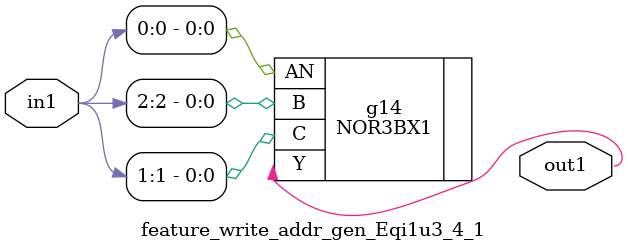
<source format=v>
`timescale 1ps / 1ps


module feature_write_addr_gen_Eqi1u3_4_1(in1, out1);
  input [2:0] in1;
  output out1;
  wire [2:0] in1;
  wire out1;
  NOR3BX1 g14(.AN (in1[0]), .B (in1[2]), .C (in1[1]), .Y (out1));
endmodule



</source>
